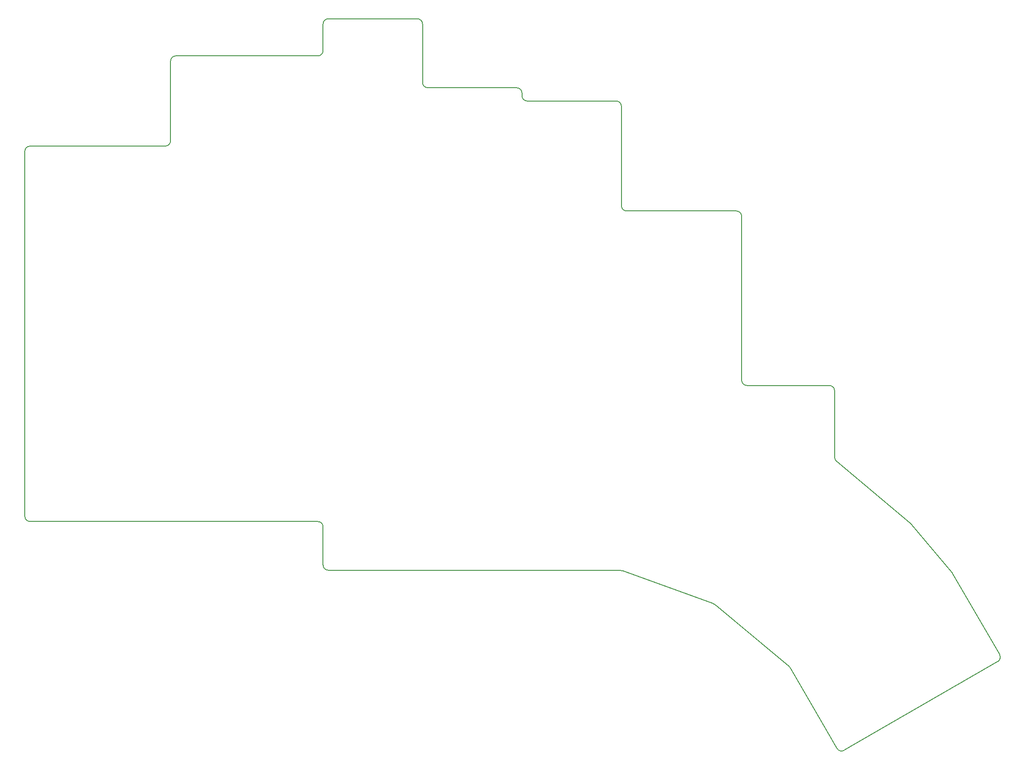
<source format=gbr>
%TF.GenerationSoftware,KiCad,Pcbnew,(6.0.8)*%
%TF.CreationDate,2022-10-04T18:24:03+02:00*%
%TF.ProjectId,board,626f6172-642e-46b6-9963-61645f706362,v1.0.0*%
%TF.SameCoordinates,Original*%
%TF.FileFunction,Profile,NP*%
%FSLAX46Y46*%
G04 Gerber Fmt 4.6, Leading zero omitted, Abs format (unit mm)*
G04 Created by KiCad (PCBNEW (6.0.8)) date 2022-10-04 18:24:03*
%MOMM*%
%LPD*%
G01*
G04 APERTURE LIST*
%TA.AperFunction,Profile*%
%ADD10C,0.150000*%
%TD*%
G04 APERTURE END LIST*
D10*
X9640000Y61880000D02*
X35080000Y61880000D01*
X8640000Y60880000D02*
X8640000Y-7840000D01*
X9640000Y-8840000D02*
X63800000Y-8840000D01*
X120960000Y50660000D02*
X120960000Y69380000D01*
X119960000Y70380000D02*
X103240000Y70380000D01*
X102240000Y71380000D02*
X102240000Y71880000D01*
X101240000Y72880000D02*
X84520000Y72880000D01*
X83520000Y73880000D02*
X83520000Y84880000D01*
X82520000Y85880000D02*
X65800000Y85880000D01*
X64800000Y84880000D02*
X64800000Y79880000D01*
X37080000Y78880000D02*
X63800000Y78880000D01*
X161458821Y2495743D02*
X175375936Y-9182103D01*
X175497532Y-9303385D02*
X183233153Y-18474181D01*
X183334795Y-18618943D02*
X192150401Y-33888019D01*
X191784375Y-35254045D02*
X162893768Y-51934045D01*
X161527742Y-51568020D02*
X152847742Y-36533818D01*
X152847742Y-36533818D02*
X152437215Y-36093432D01*
X152437215Y-36093432D02*
X138648415Y-24523255D01*
X138648415Y-24523255D02*
X138112024Y-24249836D01*
X138112024Y-24249836D02*
X121197557Y-18093474D01*
X121197557Y-18093474D02*
X120600000Y-18020000D01*
X65800000Y-18020000D02*
X120600000Y-18020000D01*
X64800000Y-17020000D02*
X64800000Y-9840000D01*
X143600000Y17795480D02*
X143600000Y48660000D01*
X142600000Y49660000D02*
X121960000Y49660000D01*
X161101609Y3261788D02*
X161101609Y15795480D01*
X160101609Y16795480D02*
X144600000Y16795480D01*
X36080000Y77880000D02*
X36080000Y62880000D01*
X35080000Y61880000D02*
G75*
G03*
X36080000Y62880000I0J1000000D01*
G01*
X37080000Y78880000D02*
G75*
G03*
X36080000Y77880000I0J-1000000D01*
G01*
X63800000Y78880000D02*
G75*
G03*
X64800000Y79880000I0J1000000D01*
G01*
X65800000Y85880000D02*
G75*
G03*
X64800000Y84880000I0J-1000000D01*
G01*
X83520000Y84880000D02*
G75*
G03*
X82520000Y85880000I-1000000J0D01*
G01*
X83520000Y73880000D02*
G75*
G03*
X84520000Y72880000I1000000J0D01*
G01*
X102240000Y71880000D02*
G75*
G03*
X101240000Y72880000I-1000000J0D01*
G01*
X102240000Y71380000D02*
G75*
G03*
X103240000Y70380000I1000000J0D01*
G01*
X120960000Y69380000D02*
G75*
G03*
X119960000Y70380000I-1000000J0D01*
G01*
X120960000Y50660000D02*
G75*
G03*
X121960000Y49660000I1000000J0D01*
G01*
X143600000Y48660000D02*
G75*
G03*
X142600000Y49660000I-1000000J0D01*
G01*
X143600000Y17795480D02*
G75*
G03*
X144600000Y16795480I1000000J0D01*
G01*
X161101609Y15795480D02*
G75*
G03*
X160101609Y16795480I-1000000J0D01*
G01*
X161101609Y3261788D02*
G75*
G03*
X161458821Y2495744I1000000J0D01*
G01*
X175497531Y-9303385D02*
G75*
G03*
X175375936Y-9182103I-764382J-644762D01*
G01*
X183334795Y-18618943D02*
G75*
G03*
X183233153Y-18474181I-866025J-500000D01*
G01*
X191784375Y-35254045D02*
G75*
G03*
X192150401Y-33888019I-500000J866026D01*
G01*
X161527742Y-51568020D02*
G75*
G03*
X162893768Y-51934046I866026J500000D01*
G01*
X64800000Y-17020000D02*
G75*
G03*
X65800000Y-18020000I1000000J0D01*
G01*
X64800000Y-9840000D02*
G75*
G03*
X63800000Y-8840000I-1000000J0D01*
G01*
X8640000Y-7840000D02*
G75*
G03*
X9640000Y-8840000I1000000J0D01*
G01*
X9640000Y61880000D02*
G75*
G03*
X8640000Y60880000I0J-1000000D01*
G01*
M02*

</source>
